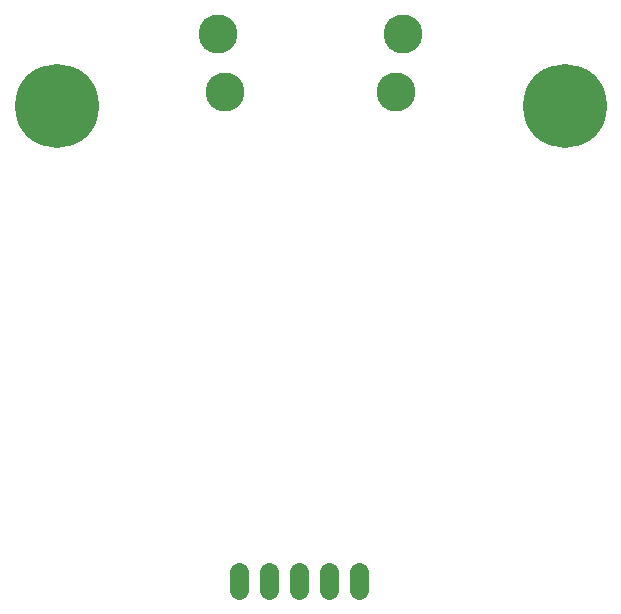
<source format=gbr>
G04 EAGLE Gerber RS-274X export*
G75*
%MOMM*%
%FSLAX34Y34*%
%LPD*%
%INSoldermask Bottom*%
%IPPOS*%
%AMOC8*
5,1,8,0,0,1.08239X$1,22.5*%
G01*
%ADD10C,3.301600*%
%ADD11C,1.625600*%
%ADD12C,7.101600*%


D10*
X256775Y294440D03*
X111775Y294440D03*
X105775Y343940D03*
X262775Y343940D03*
D11*
X123825Y-111443D02*
X123825Y-126683D01*
X149225Y-126683D02*
X149225Y-111443D01*
X174625Y-111443D02*
X174625Y-126683D01*
X200025Y-126683D02*
X200025Y-111443D01*
X225425Y-111443D02*
X225425Y-126683D01*
D12*
X-30750Y283125D03*
X399300Y283125D03*
M02*

</source>
